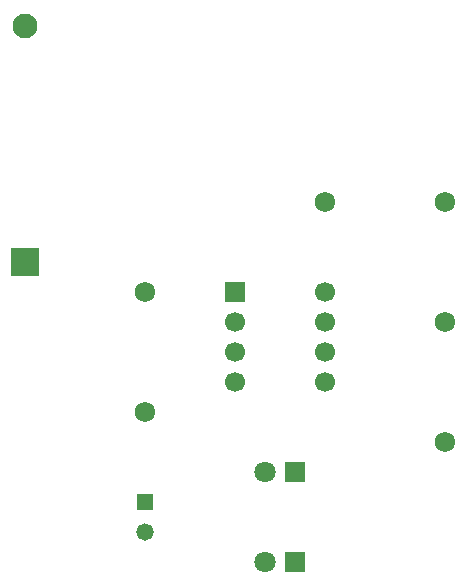
<source format=gbr>
G04 DipTrace 2.1.9.5*
%INBottomMask.gbr*%
%MOIN*%
%ADD31C,0.0827*%
%ADD32C,0.0669*%
%ADD33R,0.0945X0.0945*%
%ADD35R,0.0709X0.0709*%
%ADD37C,0.0709*%
%ADD39R,0.0579X0.0579*%
%ADD41C,0.0579*%
%ADD43C,0.0679*%
%ADD45C,0.0679*%
%ADD48R,0.0669X0.0669*%
%FSLAX44Y44*%
%SFA1B1*%
%OFA0B0*%
G04*
G70*
G90*
G75*
G01*
%LNBotMask*%
%LPD*%
D48*
X12000Y10000D3*
D32*
Y9000D3*
Y8000D3*
Y7000D3*
X15000D3*
Y8000D3*
Y9000D3*
Y10000D3*
D45*
Y13000D3*
D43*
X19000D3*
D45*
Y5000D3*
D43*
Y9000D3*
D45*
X9000Y6000D3*
D43*
Y10000D3*
D41*
Y2000D3*
D39*
Y3000D3*
D37*
X13000Y1000D3*
D35*
X14000D3*
D37*
X13000Y4000D3*
D35*
X14000D3*
D33*
X5000Y11000D3*
D31*
Y18874D3*
M02*

</source>
